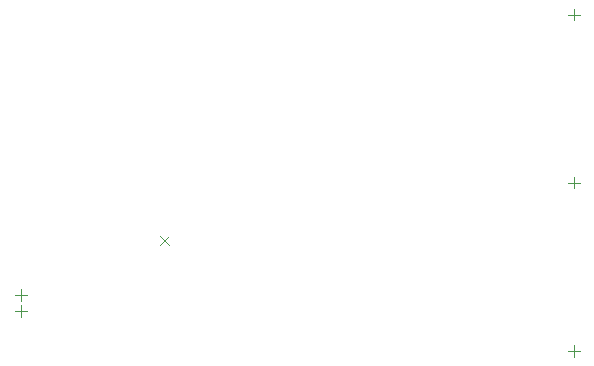
<source format=gbr>
%TF.GenerationSoftware,Altium Limited,Altium Designer,21.6.4 (81)*%
G04 Layer_Color=32896*
%FSLAX43Y43*%
%MOMM*%
%TF.SameCoordinates,EF7AACBD-433E-4B6D-8733-A8E214C0EB56*%
%TF.FilePolarity,Positive*%
%TF.FileFunction,Other,Top_Component_Center*%
%TF.Part,Single*%
G01*
G75*
%TA.AperFunction,NonConductor*%
%ADD58C,0.100*%
D58*
X25623Y23774D02*
X26623D01*
X26123Y23274D02*
Y24274D01*
X37950Y28069D02*
X38657Y28776D01*
X37950D02*
X38657Y28069D01*
X72474Y33320D02*
X73474D01*
X72974Y32820D02*
Y33820D01*
Y47044D02*
Y48044D01*
X72474Y47544D02*
X73474D01*
X26123Y21979D02*
Y22979D01*
X25623Y22479D02*
X26623D01*
X72974Y18580D02*
Y19580D01*
X72474Y19080D02*
X73474D01*
%TF.MD5,0ee44ce062b88dc09663b085100d12f8*%
M02*

</source>
